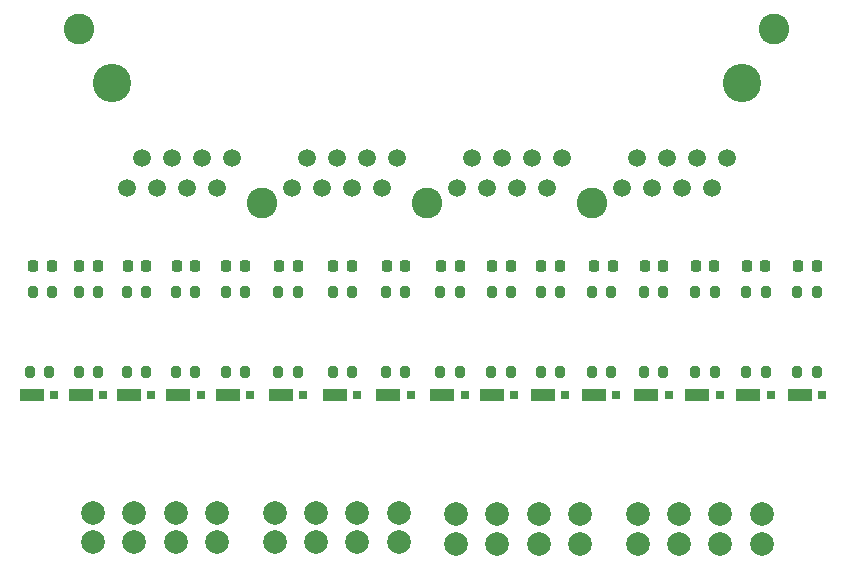
<source format=gts>
%TF.GenerationSoftware,KiCad,Pcbnew,(6.0.9)*%
%TF.CreationDate,2023-11-10T22:24:19+05:30*%
%TF.ProjectId,RJ45-To-Terminal,524a3435-2d54-46f2-9d54-65726d696e61,2*%
%TF.SameCoordinates,Original*%
%TF.FileFunction,Soldermask,Top*%
%TF.FilePolarity,Negative*%
%FSLAX46Y46*%
G04 Gerber Fmt 4.6, Leading zero omitted, Abs format (unit mm)*
G04 Created by KiCad (PCBNEW (6.0.9)) date 2023-11-10 22:24:19*
%MOMM*%
%LPD*%
G01*
G04 APERTURE LIST*
G04 Aperture macros list*
%AMRoundRect*
0 Rectangle with rounded corners*
0 $1 Rounding radius*
0 $2 $3 $4 $5 $6 $7 $8 $9 X,Y pos of 4 corners*
0 Add a 4 corners polygon primitive as box body*
4,1,4,$2,$3,$4,$5,$6,$7,$8,$9,$2,$3,0*
0 Add four circle primitives for the rounded corners*
1,1,$1+$1,$2,$3*
1,1,$1+$1,$4,$5*
1,1,$1+$1,$6,$7*
1,1,$1+$1,$8,$9*
0 Add four rect primitives between the rounded corners*
20,1,$1+$1,$2,$3,$4,$5,0*
20,1,$1+$1,$4,$5,$6,$7,0*
20,1,$1+$1,$6,$7,$8,$9,0*
20,1,$1+$1,$8,$9,$2,$3,0*%
G04 Aperture macros list end*
%ADD10C,2.600000*%
%ADD11C,1.500000*%
%ADD12C,3.250000*%
%ADD13RoundRect,0.218750X0.218750X0.256250X-0.218750X0.256250X-0.218750X-0.256250X0.218750X-0.256250X0*%
%ADD14RoundRect,0.200000X-0.200000X-0.275000X0.200000X-0.275000X0.200000X0.275000X-0.200000X0.275000X0*%
%ADD15C,2.000000*%
%ADD16R,2.000000X1.100000*%
%ADD17R,0.800000X0.800000*%
G04 APERTURE END LIST*
D10*
%TO.C,RJ45-1*%
X143728400Y-63209400D03*
X129758400Y-63209400D03*
X159158400Y-48479400D03*
X100358400Y-48479400D03*
X115788400Y-63209400D03*
D11*
X104358400Y-61939400D03*
X105628400Y-59399400D03*
X106898400Y-61939400D03*
X108168400Y-59399400D03*
X109438400Y-61939400D03*
X110708400Y-59399400D03*
X111978400Y-61939400D03*
X113248400Y-59399400D03*
X118328400Y-61939400D03*
X119598400Y-59399400D03*
X120868400Y-61939400D03*
X122138400Y-59399400D03*
X123408400Y-61939400D03*
X124678400Y-59399400D03*
X125948400Y-61939400D03*
X127218400Y-59399400D03*
X132298400Y-61939400D03*
X133568400Y-59399400D03*
X134838400Y-61939400D03*
X136108400Y-59399400D03*
X137378400Y-61939400D03*
X138648400Y-59399400D03*
X139918400Y-61939400D03*
X141188400Y-59399400D03*
X146268400Y-61939400D03*
X147538400Y-59399400D03*
X148808400Y-61939400D03*
X150078400Y-59399400D03*
X151348400Y-61939400D03*
X152618400Y-59399400D03*
X153888400Y-61939400D03*
X155158400Y-59399400D03*
D12*
X103088400Y-53049400D03*
X156428400Y-53049400D03*
%TD*%
D13*
%TO.C,LED56*%
X118836500Y-68519000D03*
X117261500Y-68519000D03*
%TD*%
D14*
%TO.C,TH59*%
X130893000Y-77468400D03*
X132543000Y-77468400D03*
%TD*%
D15*
%TO.C,J11*%
X111996000Y-91937300D03*
X111996000Y-89437300D03*
X108496000Y-91937300D03*
X108496000Y-89437300D03*
X104996000Y-91937300D03*
X104996000Y-89437300D03*
X101496000Y-91937300D03*
X101496000Y-89437300D03*
%TD*%
D16*
%TO.C,D57*%
X121982150Y-79441000D03*
D17*
X123882150Y-79441000D03*
%TD*%
D15*
%TO.C,J12*%
X127388400Y-91937300D03*
X127388400Y-89437300D03*
X123888400Y-91937300D03*
X123888400Y-89437300D03*
X120388400Y-91937300D03*
X120388400Y-89437300D03*
X116888400Y-91937300D03*
X116888400Y-89437300D03*
%TD*%
D16*
%TO.C,D61*%
X139607000Y-79441000D03*
D17*
X141507000Y-79441000D03*
%TD*%
D13*
%TO.C,LED66*%
X162767300Y-68519000D03*
X161192300Y-68519000D03*
%TD*%
D16*
%TO.C,D63*%
X148339300Y-79441000D03*
D17*
X150239300Y-79441000D03*
%TD*%
D13*
%TO.C,LED60*%
X136881800Y-68519000D03*
X135306800Y-68519000D03*
%TD*%
D14*
%TO.C,R58*%
X126313500Y-70721700D03*
X127963500Y-70721700D03*
%TD*%
%TO.C,TH54*%
X108533500Y-77468400D03*
X110183500Y-77468400D03*
%TD*%
D13*
%TO.C,LED55*%
X114357000Y-68519000D03*
X112782000Y-68519000D03*
%TD*%
D14*
%TO.C,TH61*%
X139409500Y-77468400D03*
X141059500Y-77468400D03*
%TD*%
D13*
%TO.C,LED58*%
X127946000Y-68519000D03*
X126371000Y-68519000D03*
%TD*%
D14*
%TO.C,R61*%
X139417000Y-70721700D03*
X141067000Y-70721700D03*
%TD*%
D13*
%TO.C,LED63*%
X149781800Y-68519000D03*
X148206800Y-68519000D03*
%TD*%
%TO.C,LED65*%
X158441000Y-68519000D03*
X156866000Y-68519000D03*
%TD*%
D16*
%TO.C,D64*%
X152680500Y-79441000D03*
D17*
X154580500Y-79441000D03*
%TD*%
D14*
%TO.C,R60*%
X135249300Y-70721700D03*
X136899300Y-70721700D03*
%TD*%
D13*
%TO.C,LED57*%
X123408500Y-68519000D03*
X121833500Y-68519000D03*
%TD*%
D16*
%TO.C,D53*%
X104540000Y-79441000D03*
D17*
X106440000Y-79441000D03*
%TD*%
D14*
%TO.C,TH60*%
X135241800Y-77468400D03*
X136891800Y-77468400D03*
%TD*%
%TO.C,R53*%
X104342500Y-70721700D03*
X105992500Y-70721700D03*
%TD*%
%TO.C,TH56*%
X117210500Y-77468400D03*
X118860500Y-77468400D03*
%TD*%
D13*
%TO.C,LED53*%
X106009500Y-68519000D03*
X104434500Y-68519000D03*
%TD*%
D14*
%TO.C,R51*%
X96401400Y-70721700D03*
X98051400Y-70721700D03*
%TD*%
%TO.C,TH53*%
X104342500Y-77468400D03*
X105992500Y-77468400D03*
%TD*%
D13*
%TO.C,LED61*%
X141049500Y-68519000D03*
X139474500Y-68519000D03*
%TD*%
%TO.C,LED64*%
X154123000Y-68519000D03*
X152548000Y-68519000D03*
%TD*%
D14*
%TO.C,R54*%
X108533500Y-70721700D03*
X110183500Y-70721700D03*
%TD*%
%TO.C,TH57*%
X121784650Y-77468400D03*
X123434650Y-77468400D03*
%TD*%
D16*
%TO.C,D55*%
X112922000Y-79441000D03*
D17*
X114822000Y-79441000D03*
%TD*%
D13*
%TO.C,LED52*%
X101911000Y-68519000D03*
X100336000Y-68519000D03*
%TD*%
D14*
%TO.C,R65*%
X156808500Y-70721700D03*
X158458500Y-70721700D03*
%TD*%
%TO.C,TH66*%
X161127300Y-77468400D03*
X162777300Y-77468400D03*
%TD*%
%TO.C,TH55*%
X112724500Y-77468400D03*
X114374500Y-77468400D03*
%TD*%
%TO.C,TH58*%
X126313500Y-77468400D03*
X127963500Y-77468400D03*
%TD*%
%TO.C,R56*%
X117210500Y-70721700D03*
X118860500Y-70721700D03*
%TD*%
D13*
%TO.C,LED59*%
X132552500Y-68519000D03*
X130977500Y-68519000D03*
%TD*%
%TO.C,LED51*%
X98033900Y-68519000D03*
X96458900Y-68519000D03*
%TD*%
D14*
%TO.C,TH62*%
X143720000Y-77468400D03*
X145370000Y-77468400D03*
%TD*%
%TO.C,TH63*%
X148141800Y-77468400D03*
X149791800Y-77468400D03*
%TD*%
%TO.C,R64*%
X152490500Y-70721700D03*
X154140500Y-70721700D03*
%TD*%
D16*
%TO.C,D58*%
X126511000Y-79441000D03*
D17*
X128411000Y-79441000D03*
%TD*%
D14*
%TO.C,R62*%
X143727500Y-70721700D03*
X145377500Y-70721700D03*
%TD*%
D16*
%TO.C,D65*%
X156998500Y-79441000D03*
D17*
X158898500Y-79441000D03*
%TD*%
D16*
%TO.C,D60*%
X135290500Y-79441000D03*
D17*
X137190500Y-79441000D03*
%TD*%
D16*
%TO.C,D52*%
X100476000Y-79441000D03*
D17*
X102376000Y-79441000D03*
%TD*%
D14*
%TO.C,R66*%
X161134800Y-70721700D03*
X162784800Y-70721700D03*
%TD*%
D16*
%TO.C,D54*%
X108731000Y-79441000D03*
D17*
X110631000Y-79441000D03*
%TD*%
D14*
%TO.C,R57*%
X121784650Y-70721700D03*
X123434650Y-70721700D03*
%TD*%
%TO.C,R59*%
X130900500Y-70721700D03*
X132550500Y-70721700D03*
%TD*%
D15*
%TO.C,J14*%
X158122400Y-92038900D03*
X158122400Y-89538900D03*
X154622400Y-92038900D03*
X154622400Y-89538900D03*
X151122400Y-92038900D03*
X151122400Y-89538900D03*
X147622400Y-92038900D03*
X147622400Y-89538900D03*
%TD*%
%TO.C,J13*%
X142730000Y-92038900D03*
X142730000Y-89538900D03*
X139230000Y-92038900D03*
X139230000Y-89538900D03*
X135730000Y-92038900D03*
X135730000Y-89538900D03*
X132230000Y-92038900D03*
X132230000Y-89538900D03*
%TD*%
D14*
%TO.C,R55*%
X112724500Y-70721700D03*
X114374500Y-70721700D03*
%TD*%
%TO.C,TH51*%
X96142000Y-77468400D03*
X97792000Y-77468400D03*
%TD*%
%TO.C,R52*%
X100278500Y-70721700D03*
X101928500Y-70721700D03*
%TD*%
D16*
%TO.C,D59*%
X131090500Y-79441000D03*
D17*
X132990500Y-79441000D03*
%TD*%
D16*
%TO.C,D56*%
X117408000Y-79441000D03*
D17*
X119308000Y-79441000D03*
%TD*%
D14*
%TO.C,R63*%
X148149300Y-70721700D03*
X149799300Y-70721700D03*
%TD*%
D13*
%TO.C,LED62*%
X145506500Y-68519000D03*
X143931500Y-68519000D03*
%TD*%
%TO.C,LED54*%
X110166000Y-68519000D03*
X108591000Y-68519000D03*
%TD*%
D14*
%TO.C,TH65*%
X156801000Y-77468400D03*
X158451000Y-77468400D03*
%TD*%
D16*
%TO.C,D51*%
X96339500Y-79441000D03*
D17*
X98239500Y-79441000D03*
%TD*%
D14*
%TO.C,TH52*%
X100278500Y-77468400D03*
X101928500Y-77468400D03*
%TD*%
%TO.C,TH64*%
X152483000Y-77468400D03*
X154133000Y-77468400D03*
%TD*%
D16*
%TO.C,D66*%
X161324800Y-79441000D03*
D17*
X163224800Y-79441000D03*
%TD*%
D16*
%TO.C,D62*%
X143917500Y-79441000D03*
D17*
X145817500Y-79441000D03*
%TD*%
M02*

</source>
